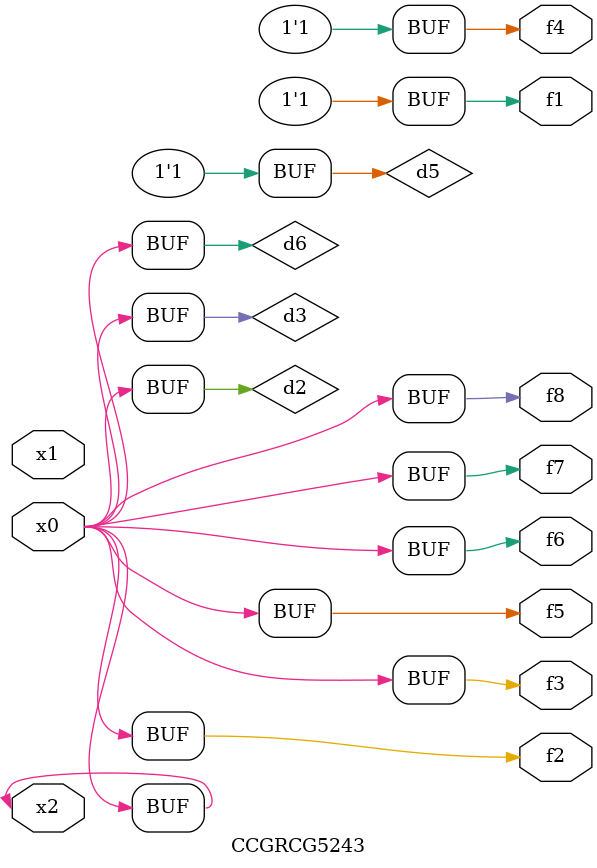
<source format=v>
module CCGRCG5243(
	input x0, x1, x2,
	output f1, f2, f3, f4, f5, f6, f7, f8
);

	wire d1, d2, d3, d4, d5, d6;

	xnor (d1, x2);
	buf (d2, x0, x2);
	and (d3, x0);
	xnor (d4, x1, x2);
	nand (d5, d1, d3);
	buf (d6, d2, d3);
	assign f1 = d5;
	assign f2 = d6;
	assign f3 = d6;
	assign f4 = d5;
	assign f5 = d6;
	assign f6 = d6;
	assign f7 = d6;
	assign f8 = d6;
endmodule

</source>
